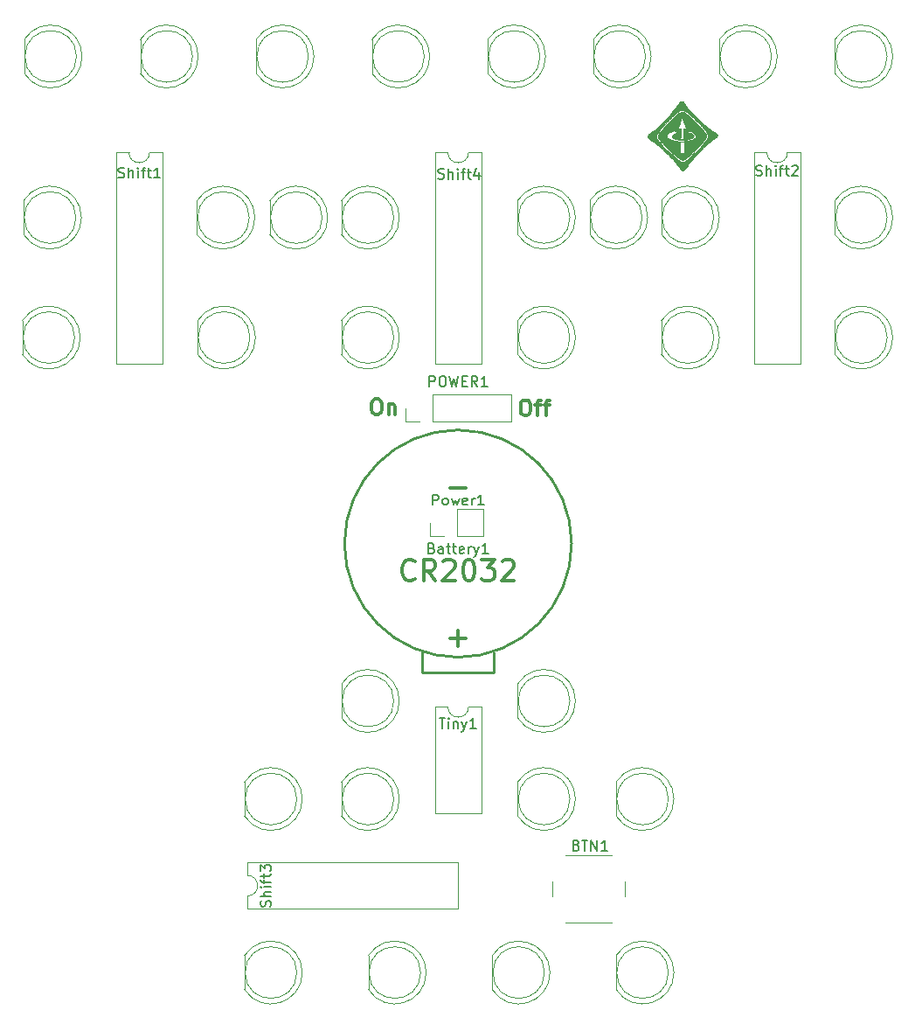
<source format=gbr>
G04 #@! TF.GenerationSoftware,KiCad,Pcbnew,(5.0.0)*
G04 #@! TF.CreationDate,2019-09-06T11:34:28-04:00*
G04 #@! TF.ProjectId,MiniTempleT,4D696E6954656D706C65542E6B696361,rev?*
G04 #@! TF.SameCoordinates,Original*
G04 #@! TF.FileFunction,Legend,Top*
G04 #@! TF.FilePolarity,Positive*
%FSLAX46Y46*%
G04 Gerber Fmt 4.6, Leading zero omitted, Abs format (unit mm)*
G04 Created by KiCad (PCBNEW (5.0.0)) date 09/06/19 11:34:28*
%MOMM*%
%LPD*%
G01*
G04 APERTURE LIST*
%ADD10C,0.300000*%
%ADD11C,0.120000*%
%ADD12C,0.250000*%
%ADD13C,0.010000*%
%ADD14C,0.150000*%
G04 APERTURE END LIST*
D10*
X163178571Y-91178571D02*
X163464285Y-91178571D01*
X163607142Y-91250000D01*
X163750000Y-91392857D01*
X163821428Y-91678571D01*
X163821428Y-92178571D01*
X163750000Y-92464285D01*
X163607142Y-92607142D01*
X163464285Y-92678571D01*
X163178571Y-92678571D01*
X163035714Y-92607142D01*
X162892857Y-92464285D01*
X162821428Y-92178571D01*
X162821428Y-91678571D01*
X162892857Y-91392857D01*
X163035714Y-91250000D01*
X163178571Y-91178571D01*
X164464285Y-91678571D02*
X164464285Y-92678571D01*
X164464285Y-91821428D02*
X164535714Y-91750000D01*
X164678571Y-91678571D01*
X164892857Y-91678571D01*
X165035714Y-91750000D01*
X165107142Y-91892857D01*
X165107142Y-92678571D01*
X177600000Y-91278571D02*
X177885714Y-91278571D01*
X178028571Y-91350000D01*
X178171428Y-91492857D01*
X178242857Y-91778571D01*
X178242857Y-92278571D01*
X178171428Y-92564285D01*
X178028571Y-92707142D01*
X177885714Y-92778571D01*
X177600000Y-92778571D01*
X177457142Y-92707142D01*
X177314285Y-92564285D01*
X177242857Y-92278571D01*
X177242857Y-91778571D01*
X177314285Y-91492857D01*
X177457142Y-91350000D01*
X177600000Y-91278571D01*
X178671428Y-91778571D02*
X179242857Y-91778571D01*
X178885714Y-92778571D02*
X178885714Y-91492857D01*
X178957142Y-91350000D01*
X179100000Y-91278571D01*
X179242857Y-91278571D01*
X179528571Y-91778571D02*
X180100000Y-91778571D01*
X179742857Y-92778571D02*
X179742857Y-91492857D01*
X179814285Y-91350000D01*
X179957142Y-91278571D01*
X180100000Y-91278571D01*
D11*
G04 #@! TO.C,D17*
X176970000Y-83577000D02*
X176970000Y-86857000D01*
X182030000Y-85217000D02*
G75*
G03X182030000Y-85217000I-2500000J0D01*
G01*
X182569999Y-85215042D02*
G75*
G02X176970000Y-86856512I-3039999J-1958D01*
G01*
X182569999Y-85218958D02*
G75*
G03X176970000Y-83577488I-3039999J1958D01*
G01*
G04 #@! TO.C,BTN1*
X181615000Y-141840000D02*
X186115000Y-141840000D01*
X180365000Y-137840000D02*
X180365000Y-139340000D01*
X186115000Y-135340000D02*
X181615000Y-135340000D01*
X187365000Y-139340000D02*
X187365000Y-137840000D01*
D12*
G04 #@! TO.C,Battery1*
X182196000Y-105169000D02*
G75*
G03X182196000Y-105169000I-11000000J0D01*
G01*
X174696000Y-117669000D02*
X174696000Y-115669000D01*
X174196000Y-117669000D02*
X174696000Y-117669000D01*
X171196000Y-117669000D02*
X174196000Y-117669000D01*
X167696000Y-117669000D02*
X167696000Y-115669000D01*
X171196000Y-117669000D02*
X167696000Y-117669000D01*
D11*
G04 #@! TO.C,Power1*
X173669000Y-104467000D02*
X173669000Y-101807000D01*
X171069000Y-104467000D02*
X173669000Y-104467000D01*
X171069000Y-101807000D02*
X173669000Y-101807000D01*
X171069000Y-104467000D02*
X171069000Y-101807000D01*
X169799000Y-104467000D02*
X168469000Y-104467000D01*
X168469000Y-104467000D02*
X168469000Y-103137000D01*
G04 #@! TO.C,D1*
X128993000Y-83577000D02*
X128993000Y-86857000D01*
X134053000Y-85217000D02*
G75*
G03X134053000Y-85217000I-2500000J0D01*
G01*
X134592999Y-85215042D02*
G75*
G02X128993000Y-86856512I-3039999J-1958D01*
G01*
X134592999Y-85218958D02*
G75*
G03X128993000Y-83577488I-3039999J1958D01*
G01*
G04 #@! TO.C,D2*
X129110000Y-71960000D02*
X129110000Y-75240000D01*
X134170000Y-73600000D02*
G75*
G03X134170000Y-73600000I-2500000J0D01*
G01*
X134709999Y-73598042D02*
G75*
G02X129110000Y-75239512I-3039999J-1958D01*
G01*
X134709999Y-73601958D02*
G75*
G03X129110000Y-71960488I-3039999J1958D01*
G01*
G04 #@! TO.C,D3*
X129170000Y-56360000D02*
X129170000Y-59640000D01*
X134230000Y-58000000D02*
G75*
G03X134230000Y-58000000I-2500000J0D01*
G01*
X134769999Y-57998042D02*
G75*
G02X129170000Y-59639512I-3039999J-1958D01*
G01*
X134769999Y-58001958D02*
G75*
G03X129170000Y-56360488I-3039999J1958D01*
G01*
G04 #@! TO.C,D4*
X140420000Y-56360000D02*
X140420000Y-59640000D01*
X145480000Y-58000000D02*
G75*
G03X145480000Y-58000000I-2500000J0D01*
G01*
X146019999Y-57998042D02*
G75*
G02X140420000Y-59639512I-3039999J-1958D01*
G01*
X146019999Y-58001958D02*
G75*
G03X140420000Y-56360488I-3039999J1958D01*
G01*
G04 #@! TO.C,D5*
X151640000Y-56360000D02*
X151640000Y-59640000D01*
X156700000Y-58000000D02*
G75*
G03X156700000Y-58000000I-2500000J0D01*
G01*
X157239999Y-57998042D02*
G75*
G02X151640000Y-59639512I-3039999J-1958D01*
G01*
X157239999Y-58001958D02*
G75*
G03X151640000Y-56360488I-3039999J1958D01*
G01*
G04 #@! TO.C,D6*
X162860000Y-56360000D02*
X162860000Y-59640000D01*
X167920000Y-58000000D02*
G75*
G03X167920000Y-58000000I-2500000J0D01*
G01*
X168459999Y-57998042D02*
G75*
G02X162860000Y-59639512I-3039999J-1958D01*
G01*
X168459999Y-58001958D02*
G75*
G03X162860000Y-56360488I-3039999J1958D01*
G01*
G04 #@! TO.C,D7*
X174080000Y-56360000D02*
X174080000Y-59640000D01*
X179140000Y-58000000D02*
G75*
G03X179140000Y-58000000I-2500000J0D01*
G01*
X179679999Y-57998042D02*
G75*
G02X174080000Y-59639512I-3039999J-1958D01*
G01*
X179679999Y-58001958D02*
G75*
G03X174080000Y-56360488I-3039999J1958D01*
G01*
G04 #@! TO.C,D8*
X184300000Y-56360000D02*
X184300000Y-59640000D01*
X189360000Y-58000000D02*
G75*
G03X189360000Y-58000000I-2500000J0D01*
G01*
X189899999Y-57998042D02*
G75*
G02X184300000Y-59639512I-3039999J-1958D01*
G01*
X189899999Y-58001958D02*
G75*
G03X184300000Y-56360488I-3039999J1958D01*
G01*
G04 #@! TO.C,D9*
X196520000Y-56360000D02*
X196520000Y-59640000D01*
X201580000Y-58000000D02*
G75*
G03X201580000Y-58000000I-2500000J0D01*
G01*
X202119999Y-57998042D02*
G75*
G02X196520000Y-59639512I-3039999J-1958D01*
G01*
X202119999Y-58001958D02*
G75*
G03X196520000Y-56360488I-3039999J1958D01*
G01*
G04 #@! TO.C,D10*
X207710000Y-56360000D02*
X207710000Y-59640000D01*
X212770000Y-58000000D02*
G75*
G03X212770000Y-58000000I-2500000J0D01*
G01*
X213309999Y-57998042D02*
G75*
G02X207710000Y-59639512I-3039999J-1958D01*
G01*
X213309999Y-58001958D02*
G75*
G03X207710000Y-56360488I-3039999J1958D01*
G01*
G04 #@! TO.C,D11*
X207710000Y-71960000D02*
X207710000Y-75240000D01*
X212770000Y-73600000D02*
G75*
G03X212770000Y-73600000I-2500000J0D01*
G01*
X213309999Y-73598042D02*
G75*
G02X207710000Y-75239512I-3039999J-1958D01*
G01*
X213309999Y-73601958D02*
G75*
G03X207710000Y-71960488I-3039999J1958D01*
G01*
G04 #@! TO.C,D12*
X207710000Y-83577000D02*
X207710000Y-86857000D01*
X212770000Y-85217000D02*
G75*
G03X212770000Y-85217000I-2500000J0D01*
G01*
X213309999Y-85215042D02*
G75*
G02X207710000Y-86856512I-3039999J-1958D01*
G01*
X213309999Y-85218958D02*
G75*
G03X207710000Y-83577488I-3039999J1958D01*
G01*
G04 #@! TO.C,D13*
X190910000Y-83577000D02*
X190910000Y-86857000D01*
X195970000Y-85217000D02*
G75*
G03X195970000Y-85217000I-2500000J0D01*
G01*
X196509999Y-85215042D02*
G75*
G02X190910000Y-86856512I-3039999J-1958D01*
G01*
X196509999Y-85218958D02*
G75*
G03X190910000Y-83577488I-3039999J1958D01*
G01*
G04 #@! TO.C,D14*
X190910000Y-71960000D02*
X190910000Y-75240000D01*
X195970000Y-73600000D02*
G75*
G03X195970000Y-73600000I-2500000J0D01*
G01*
X196509999Y-73598042D02*
G75*
G02X190910000Y-75239512I-3039999J-1958D01*
G01*
X196509999Y-73601958D02*
G75*
G03X190910000Y-71960488I-3039999J1958D01*
G01*
G04 #@! TO.C,D15*
X183970000Y-71960000D02*
X183970000Y-75240000D01*
X189030000Y-73600000D02*
G75*
G03X189030000Y-73600000I-2500000J0D01*
G01*
X189569999Y-73598042D02*
G75*
G02X183970000Y-75239512I-3039999J-1958D01*
G01*
X189569999Y-73601958D02*
G75*
G03X183970000Y-71960488I-3039999J1958D01*
G01*
G04 #@! TO.C,D16*
X176970000Y-71960000D02*
X176970000Y-75240000D01*
X182030000Y-73600000D02*
G75*
G03X182030000Y-73600000I-2500000J0D01*
G01*
X182569999Y-73598042D02*
G75*
G02X176970000Y-75239512I-3039999J-1958D01*
G01*
X182569999Y-73601958D02*
G75*
G03X176970000Y-71960488I-3039999J1958D01*
G01*
G04 #@! TO.C,D18*
X176970000Y-118760000D02*
X176970000Y-122040000D01*
X182030000Y-120400000D02*
G75*
G03X182030000Y-120400000I-2500000J0D01*
G01*
X182569999Y-120398042D02*
G75*
G02X176970000Y-122039512I-3039999J-1958D01*
G01*
X182569999Y-120401958D02*
G75*
G03X176970000Y-118760488I-3039999J1958D01*
G01*
G04 #@! TO.C,D19*
X176970000Y-128260000D02*
X176970000Y-131540000D01*
X182030000Y-129900000D02*
G75*
G03X182030000Y-129900000I-2500000J0D01*
G01*
X182569999Y-129898042D02*
G75*
G02X176970000Y-131539512I-3039999J-1958D01*
G01*
X182569999Y-129901958D02*
G75*
G03X176970000Y-128260488I-3039999J1958D01*
G01*
G04 #@! TO.C,D20*
X186510000Y-128260000D02*
X186510000Y-131540000D01*
X191570000Y-129900000D02*
G75*
G03X191570000Y-129900000I-2500000J0D01*
G01*
X192109999Y-129898042D02*
G75*
G02X186510000Y-131539512I-3039999J-1958D01*
G01*
X192109999Y-129901958D02*
G75*
G03X186510000Y-128260488I-3039999J1958D01*
G01*
G04 #@! TO.C,D21*
X186510000Y-145060000D02*
X186510000Y-148340000D01*
X191570000Y-146700000D02*
G75*
G03X191570000Y-146700000I-2500000J0D01*
G01*
X192109999Y-146698042D02*
G75*
G02X186510000Y-148339512I-3039999J-1958D01*
G01*
X192109999Y-146701958D02*
G75*
G03X186510000Y-145060488I-3039999J1958D01*
G01*
G04 #@! TO.C,D22*
X174510000Y-145060000D02*
X174510000Y-148340000D01*
X179570000Y-146700000D02*
G75*
G03X179570000Y-146700000I-2500000J0D01*
G01*
X180109999Y-146698042D02*
G75*
G02X174510000Y-148339512I-3039999J-1958D01*
G01*
X180109999Y-146701958D02*
G75*
G03X174510000Y-145060488I-3039999J1958D01*
G01*
G04 #@! TO.C,D23*
X162510000Y-145060000D02*
X162510000Y-148340000D01*
X167570000Y-146700000D02*
G75*
G03X167570000Y-146700000I-2500000J0D01*
G01*
X168109999Y-146698042D02*
G75*
G02X162510000Y-148339512I-3039999J-1958D01*
G01*
X168109999Y-146701958D02*
G75*
G03X162510000Y-145060488I-3039999J1958D01*
G01*
G04 #@! TO.C,D24*
X150510000Y-145060000D02*
X150510000Y-148340000D01*
X155570000Y-146700000D02*
G75*
G03X155570000Y-146700000I-2500000J0D01*
G01*
X156109999Y-146698042D02*
G75*
G02X150510000Y-148339512I-3039999J-1958D01*
G01*
X156109999Y-146701958D02*
G75*
G03X150510000Y-145060488I-3039999J1958D01*
G01*
G04 #@! TO.C,D25*
X150510000Y-128260000D02*
X150510000Y-131540000D01*
X155570000Y-129900000D02*
G75*
G03X155570000Y-129900000I-2500000J0D01*
G01*
X156109999Y-129898042D02*
G75*
G02X150510000Y-131539512I-3039999J-1958D01*
G01*
X156109999Y-129901958D02*
G75*
G03X150510000Y-128260488I-3039999J1958D01*
G01*
G04 #@! TO.C,D26*
X159910000Y-128260000D02*
X159910000Y-131540000D01*
X164970000Y-129900000D02*
G75*
G03X164970000Y-129900000I-2500000J0D01*
G01*
X165509999Y-129898042D02*
G75*
G02X159910000Y-131539512I-3039999J-1958D01*
G01*
X165509999Y-129901958D02*
G75*
G03X159910000Y-128260488I-3039999J1958D01*
G01*
G04 #@! TO.C,D27*
X159910000Y-118760000D02*
X159910000Y-122040000D01*
X164970000Y-120400000D02*
G75*
G03X164970000Y-120400000I-2500000J0D01*
G01*
X165509999Y-120398042D02*
G75*
G02X159910000Y-122039512I-3039999J-1958D01*
G01*
X165509999Y-120401958D02*
G75*
G03X159910000Y-118760488I-3039999J1958D01*
G01*
G04 #@! TO.C,D28*
X159910000Y-83577000D02*
X159910000Y-86857000D01*
X164970000Y-85217000D02*
G75*
G03X164970000Y-85217000I-2500000J0D01*
G01*
X165509999Y-85215042D02*
G75*
G02X159910000Y-86856512I-3039999J-1958D01*
G01*
X165509999Y-85218958D02*
G75*
G03X159910000Y-83577488I-3039999J1958D01*
G01*
G04 #@! TO.C,D29*
X159910000Y-71960000D02*
X159910000Y-75240000D01*
X164970000Y-73600000D02*
G75*
G03X164970000Y-73600000I-2500000J0D01*
G01*
X165509999Y-73598042D02*
G75*
G02X159910000Y-75239512I-3039999J-1958D01*
G01*
X165509999Y-73601958D02*
G75*
G03X159910000Y-71960488I-3039999J1958D01*
G01*
G04 #@! TO.C,D30*
X152970000Y-71960000D02*
X152970000Y-75240000D01*
X158030000Y-73600000D02*
G75*
G03X158030000Y-73600000I-2500000J0D01*
G01*
X158569999Y-73598042D02*
G75*
G02X152970000Y-75239512I-3039999J-1958D01*
G01*
X158569999Y-73601958D02*
G75*
G03X152970000Y-71960488I-3039999J1958D01*
G01*
G04 #@! TO.C,D31*
X145910000Y-71960000D02*
X145910000Y-75240000D01*
X150970000Y-73600000D02*
G75*
G03X150970000Y-73600000I-2500000J0D01*
G01*
X151509999Y-73598042D02*
G75*
G02X145910000Y-75239512I-3039999J-1958D01*
G01*
X151509999Y-73601958D02*
G75*
G03X145910000Y-71960488I-3039999J1958D01*
G01*
G04 #@! TO.C,D32*
X145970000Y-83577000D02*
X145970000Y-86857000D01*
X151030000Y-85217000D02*
G75*
G03X151030000Y-85217000I-2500000J0D01*
G01*
X151569999Y-85215042D02*
G75*
G02X145970000Y-86856512I-3039999J-1958D01*
G01*
X151569999Y-85218958D02*
G75*
G03X145970000Y-83577488I-3039999J1958D01*
G01*
G04 #@! TO.C,POWER1*
X176380000Y-93370000D02*
X176380000Y-90710000D01*
X168700000Y-93370000D02*
X176380000Y-93370000D01*
X168700000Y-90710000D02*
X176380000Y-90710000D01*
X168700000Y-93370000D02*
X168700000Y-90710000D01*
X167430000Y-93370000D02*
X166100000Y-93370000D01*
X166100000Y-93370000D02*
X166100000Y-92040000D01*
G04 #@! TO.C,Shift1*
X142560000Y-67290000D02*
X141310000Y-67290000D01*
X142560000Y-87730000D02*
X142560000Y-67290000D01*
X138060000Y-87730000D02*
X142560000Y-87730000D01*
X138060000Y-67290000D02*
X138060000Y-87730000D01*
X139310000Y-67290000D02*
X138060000Y-67290000D01*
X141310000Y-67290000D02*
G75*
G02X139310000Y-67290000I-1000000J0D01*
G01*
G04 #@! TO.C,Shift2*
X204360000Y-67290000D02*
X203110000Y-67290000D01*
X204360000Y-87730000D02*
X204360000Y-67290000D01*
X199860000Y-87730000D02*
X204360000Y-87730000D01*
X199860000Y-67290000D02*
X199860000Y-87730000D01*
X201110000Y-67290000D02*
X199860000Y-67290000D01*
X203110000Y-67290000D02*
G75*
G02X201110000Y-67290000I-1000000J0D01*
G01*
G04 #@! TO.C,Shift4*
X173460000Y-67290000D02*
X172210000Y-67290000D01*
X173460000Y-87730000D02*
X173460000Y-67290000D01*
X168960000Y-87730000D02*
X173460000Y-87730000D01*
X168960000Y-67290000D02*
X168960000Y-87730000D01*
X170210000Y-67290000D02*
X168960000Y-67290000D01*
X172210000Y-67290000D02*
G75*
G02X170210000Y-67290000I-1000000J0D01*
G01*
G04 #@! TO.C,Tiny1*
X172210000Y-120970000D02*
G75*
G02X170210000Y-120970000I-1000000J0D01*
G01*
X170210000Y-120970000D02*
X168960000Y-120970000D01*
X168960000Y-120970000D02*
X168960000Y-131250000D01*
X168960000Y-131250000D02*
X173460000Y-131250000D01*
X173460000Y-131250000D02*
X173460000Y-120970000D01*
X173460000Y-120970000D02*
X172210000Y-120970000D01*
D13*
G04 #@! TO.C,G2*
G36*
X193012687Y-63373589D02*
X193052626Y-63392372D01*
X193089733Y-63415274D01*
X193143872Y-63451912D01*
X193209930Y-63498525D01*
X193282794Y-63551354D01*
X193357352Y-63606638D01*
X193428491Y-63660616D01*
X193491098Y-63709529D01*
X193540061Y-63749617D01*
X193549881Y-63758091D01*
X193587974Y-63791005D01*
X193636215Y-63832057D01*
X193676041Y-63865555D01*
X193752124Y-63931225D01*
X193843692Y-64013688D01*
X193946874Y-64109196D01*
X194057801Y-64214002D01*
X194172605Y-64324355D01*
X194287416Y-64436510D01*
X194398364Y-64546716D01*
X194501581Y-64651227D01*
X194593197Y-64746293D01*
X194666569Y-64825111D01*
X194759612Y-64929337D01*
X194850912Y-65035088D01*
X194937860Y-65139090D01*
X195017846Y-65238070D01*
X195088261Y-65328753D01*
X195146497Y-65407867D01*
X195189945Y-65472136D01*
X195211135Y-65508396D01*
X195241358Y-65593216D01*
X195250005Y-65684164D01*
X195236946Y-65772309D01*
X195215771Y-65825767D01*
X195176299Y-65893860D01*
X195122747Y-65975933D01*
X195059878Y-66064956D01*
X194999910Y-66144384D01*
X194957471Y-66198896D01*
X194908011Y-66262593D01*
X194861749Y-66322315D01*
X194858799Y-66326129D01*
X194819619Y-66375866D01*
X194782387Y-66421527D01*
X194753779Y-66454966D01*
X194748556Y-66460675D01*
X194722456Y-66489391D01*
X194685231Y-66531457D01*
X194644063Y-66578745D01*
X194635667Y-66588487D01*
X194482679Y-66760134D01*
X194311171Y-66941547D01*
X194126518Y-67127473D01*
X193934093Y-67312655D01*
X193739269Y-67491842D01*
X193547422Y-67659779D01*
X193492667Y-67705996D01*
X193376312Y-67801650D01*
X193277386Y-67878792D01*
X193193264Y-67938766D01*
X193121318Y-67982916D01*
X193058921Y-68012586D01*
X193003449Y-68029120D01*
X192952274Y-68033862D01*
X192902769Y-68028156D01*
X192876353Y-68021368D01*
X192824251Y-68001564D01*
X192771699Y-67975496D01*
X192763464Y-67970635D01*
X192729767Y-67947979D01*
X192679046Y-67911284D01*
X192614838Y-67863327D01*
X192540680Y-67806883D01*
X192460107Y-67744727D01*
X192376657Y-67679636D01*
X192293866Y-67614384D01*
X192215270Y-67551747D01*
X192144407Y-67494501D01*
X192084813Y-67445421D01*
X192040025Y-67407283D01*
X192013578Y-67382862D01*
X192011000Y-67380094D01*
X191997919Y-67368002D01*
X191978709Y-67351000D01*
X192699577Y-67351000D01*
X193154000Y-67351000D01*
X193153988Y-67276917D01*
X193152667Y-67230254D01*
X193149127Y-67165868D01*
X193143990Y-67094116D01*
X193140655Y-67054667D01*
X193135774Y-66994498D01*
X193129932Y-66913123D01*
X193123588Y-66817521D01*
X193117205Y-66714670D01*
X193111241Y-66611550D01*
X193110272Y-66593959D01*
X193093211Y-66281418D01*
X192911953Y-66283515D01*
X192730696Y-66285611D01*
X192729709Y-66342055D01*
X192727921Y-66388644D01*
X192724824Y-66429223D01*
X192724295Y-66433778D01*
X192722881Y-66456302D01*
X192720984Y-66503295D01*
X192718721Y-66571007D01*
X192716205Y-66655690D01*
X192713550Y-66753597D01*
X192710873Y-66860979D01*
X192709722Y-66910028D01*
X192699577Y-67351000D01*
X191978709Y-67351000D01*
X191968408Y-67341884D01*
X191927433Y-67306112D01*
X191898111Y-67280710D01*
X191836613Y-67226586D01*
X191768390Y-67165006D01*
X191706094Y-67107417D01*
X191693500Y-67095529D01*
X191639189Y-67044317D01*
X191581885Y-66990828D01*
X191531765Y-66944547D01*
X191519738Y-66933565D01*
X191435680Y-66854172D01*
X191344266Y-66762666D01*
X191248120Y-66662107D01*
X191149869Y-66555552D01*
X191052139Y-66446060D01*
X190957555Y-66336689D01*
X190868743Y-66230498D01*
X190788330Y-66130544D01*
X190718940Y-66039887D01*
X190663200Y-65961584D01*
X190623736Y-65898694D01*
X190612059Y-65876389D01*
X190579124Y-65780265D01*
X190576148Y-65732315D01*
X191431313Y-65732315D01*
X191456421Y-65809041D01*
X191508949Y-65881847D01*
X191550398Y-65920459D01*
X191596971Y-65952983D01*
X191662165Y-65990793D01*
X191737985Y-66029794D01*
X191816434Y-66065891D01*
X191889515Y-66094990D01*
X191895135Y-66096978D01*
X191989429Y-66125364D01*
X192104805Y-66152756D01*
X192234126Y-66177899D01*
X192370253Y-66199542D01*
X192506048Y-66216430D01*
X192634372Y-66227310D01*
X192638945Y-66227585D01*
X192718532Y-66229765D01*
X192818255Y-66228640D01*
X192930269Y-66224566D01*
X193046726Y-66217897D01*
X193159779Y-66208988D01*
X193245723Y-66200111D01*
X193413414Y-66175180D01*
X193573769Y-66141215D01*
X193723092Y-66099482D01*
X193857688Y-66051247D01*
X193973862Y-65997778D01*
X194067918Y-65940340D01*
X194114459Y-65902401D01*
X194180616Y-65827638D01*
X194218596Y-65753603D01*
X194228437Y-65680456D01*
X194210180Y-65608355D01*
X194163864Y-65537463D01*
X194089527Y-65467939D01*
X193991976Y-65402711D01*
X193923945Y-65362979D01*
X193963225Y-65348045D01*
X194001562Y-65336933D01*
X194029808Y-65333111D01*
X194054858Y-65329519D01*
X194056411Y-65320799D01*
X194037971Y-65310040D01*
X194003042Y-65300328D01*
X193990084Y-65298111D01*
X193948081Y-65290762D01*
X193887717Y-65278819D01*
X193818106Y-65264132D01*
X193767834Y-65253001D01*
X193654184Y-65227429D01*
X193565659Y-65207873D01*
X193499918Y-65193851D01*
X193454620Y-65184882D01*
X193427426Y-65180485D01*
X193415994Y-65180178D01*
X193415423Y-65180529D01*
X193418684Y-65194207D01*
X193429607Y-65227468D01*
X193445727Y-65273550D01*
X193464577Y-65325693D01*
X193483692Y-65377137D01*
X193500605Y-65421121D01*
X193512851Y-65450886D01*
X193517143Y-65459408D01*
X193532046Y-65459264D01*
X193566614Y-65452784D01*
X193613372Y-65441370D01*
X193613497Y-65441336D01*
X193672596Y-65427922D01*
X193716250Y-65424697D01*
X193755049Y-65430951D01*
X193757663Y-65431671D01*
X193817925Y-65456291D01*
X193880561Y-65494335D01*
X193937160Y-65539531D01*
X193979308Y-65585609D01*
X193992022Y-65606374D01*
X194007281Y-65640211D01*
X194011498Y-65665051D01*
X194004638Y-65693483D01*
X193991690Y-65725977D01*
X193951361Y-65791626D01*
X193895924Y-65843040D01*
X193845389Y-65879246D01*
X193797827Y-65907754D01*
X193746350Y-65931557D01*
X193684069Y-65953650D01*
X193604093Y-65977028D01*
X193560876Y-65988663D01*
X193418694Y-66021583D01*
X193266312Y-66048569D01*
X193113897Y-66068203D01*
X192971611Y-66079067D01*
X192900000Y-66080794D01*
X192790540Y-66077035D01*
X192671295Y-66066362D01*
X192548016Y-66049854D01*
X192426453Y-66028590D01*
X192312355Y-66003648D01*
X192211473Y-65976108D01*
X192129558Y-65947049D01*
X192091383Y-65929051D01*
X192029974Y-65888718D01*
X191978732Y-65841836D01*
X191942640Y-65793983D01*
X191926685Y-65750735D01*
X191926334Y-65744410D01*
X191936920Y-65703310D01*
X191965877Y-65651779D01*
X192008999Y-65596325D01*
X192047989Y-65556183D01*
X192088146Y-65527364D01*
X192147370Y-65495450D01*
X192217337Y-65464138D01*
X192289722Y-65437128D01*
X192356199Y-65418117D01*
X192361371Y-65416976D01*
X192412823Y-65404886D01*
X192444835Y-65393062D01*
X192456520Y-65379008D01*
X192446987Y-65360227D01*
X192415348Y-65334221D01*
X192360716Y-65298495D01*
X192307614Y-65265939D01*
X192240427Y-65225435D01*
X192192215Y-65197704D01*
X192157887Y-65180773D01*
X192132356Y-65172670D01*
X192110530Y-65171423D01*
X192087320Y-65175059D01*
X192078237Y-65177051D01*
X191995394Y-65201766D01*
X191899831Y-65240019D01*
X191800582Y-65287375D01*
X191706685Y-65339396D01*
X191627174Y-65391642D01*
X191602562Y-65410673D01*
X191519247Y-65490848D01*
X191462851Y-65571996D01*
X191433498Y-65652892D01*
X191431313Y-65732315D01*
X190576148Y-65732315D01*
X190573395Y-65687983D01*
X190594942Y-65601025D01*
X190598359Y-65593207D01*
X190617948Y-65556605D01*
X190649021Y-65505381D01*
X190686285Y-65447606D01*
X190724447Y-65391353D01*
X190758211Y-65344693D01*
X190775564Y-65323017D01*
X190798237Y-65295651D01*
X190804500Y-65287740D01*
X190888646Y-65180500D01*
X190967250Y-65082438D01*
X191043084Y-64990493D01*
X191081424Y-64945554D01*
X192509801Y-64945554D01*
X192510284Y-64955422D01*
X192523926Y-64961635D01*
X192555251Y-64964958D01*
X192608787Y-64966160D01*
X192631617Y-64966222D01*
X192761365Y-64966222D01*
X192753279Y-65132028D01*
X192750599Y-65194535D01*
X192747525Y-65278772D01*
X192744264Y-65378250D01*
X192741023Y-65486483D01*
X192738010Y-65596983D01*
X192736580Y-65654139D01*
X192727967Y-66010444D01*
X192881011Y-66010228D01*
X192945383Y-66009078D01*
X193000180Y-66006137D01*
X193038681Y-66001881D01*
X193053022Y-65997991D01*
X193058051Y-65984816D01*
X193060952Y-65952271D01*
X193061682Y-65899268D01*
X193060199Y-65824720D01*
X193056462Y-65727537D01*
X193050428Y-65606634D01*
X193042054Y-65460920D01*
X193031300Y-65289310D01*
X193018122Y-65090715D01*
X193017574Y-65082639D01*
X193008712Y-64952111D01*
X193295836Y-64952111D01*
X193275977Y-64913305D01*
X193261104Y-64880503D01*
X193238065Y-64824902D01*
X193208290Y-64750244D01*
X193173204Y-64660272D01*
X193134236Y-64558729D01*
X193092813Y-64449356D01*
X193050363Y-64335897D01*
X193008314Y-64222094D01*
X192968094Y-64111690D01*
X192935509Y-64020778D01*
X192913402Y-63960080D01*
X192893863Y-63909267D01*
X192879233Y-63874252D01*
X192872448Y-63861376D01*
X192863811Y-63868302D01*
X192850279Y-63896748D01*
X192834443Y-63941024D01*
X192830671Y-63953098D01*
X192819435Y-63989183D01*
X192801479Y-64045838D01*
X192778033Y-64119261D01*
X192750327Y-64205648D01*
X192719590Y-64301195D01*
X192687052Y-64402099D01*
X192653942Y-64504558D01*
X192621491Y-64604766D01*
X192590928Y-64698922D01*
X192563483Y-64783222D01*
X192540384Y-64853862D01*
X192522863Y-64907039D01*
X192512149Y-64938950D01*
X192509801Y-64945554D01*
X191081424Y-64945554D01*
X191118921Y-64901604D01*
X191197532Y-64812708D01*
X191281691Y-64720746D01*
X191374168Y-64622655D01*
X191477736Y-64515375D01*
X191595167Y-64395845D01*
X191729234Y-64261002D01*
X191782638Y-64207587D01*
X191934219Y-64058643D01*
X192080687Y-63919604D01*
X192220133Y-63792102D01*
X192350649Y-63677768D01*
X192470324Y-63578234D01*
X192577251Y-63495132D01*
X192669520Y-63430093D01*
X192745224Y-63384749D01*
X192745390Y-63384662D01*
X192831171Y-63355150D01*
X192922177Y-63351506D01*
X193012687Y-63373589D01*
X193012687Y-63373589D01*
G37*
X193012687Y-63373589D02*
X193052626Y-63392372D01*
X193089733Y-63415274D01*
X193143872Y-63451912D01*
X193209930Y-63498525D01*
X193282794Y-63551354D01*
X193357352Y-63606638D01*
X193428491Y-63660616D01*
X193491098Y-63709529D01*
X193540061Y-63749617D01*
X193549881Y-63758091D01*
X193587974Y-63791005D01*
X193636215Y-63832057D01*
X193676041Y-63865555D01*
X193752124Y-63931225D01*
X193843692Y-64013688D01*
X193946874Y-64109196D01*
X194057801Y-64214002D01*
X194172605Y-64324355D01*
X194287416Y-64436510D01*
X194398364Y-64546716D01*
X194501581Y-64651227D01*
X194593197Y-64746293D01*
X194666569Y-64825111D01*
X194759612Y-64929337D01*
X194850912Y-65035088D01*
X194937860Y-65139090D01*
X195017846Y-65238070D01*
X195088261Y-65328753D01*
X195146497Y-65407867D01*
X195189945Y-65472136D01*
X195211135Y-65508396D01*
X195241358Y-65593216D01*
X195250005Y-65684164D01*
X195236946Y-65772309D01*
X195215771Y-65825767D01*
X195176299Y-65893860D01*
X195122747Y-65975933D01*
X195059878Y-66064956D01*
X194999910Y-66144384D01*
X194957471Y-66198896D01*
X194908011Y-66262593D01*
X194861749Y-66322315D01*
X194858799Y-66326129D01*
X194819619Y-66375866D01*
X194782387Y-66421527D01*
X194753779Y-66454966D01*
X194748556Y-66460675D01*
X194722456Y-66489391D01*
X194685231Y-66531457D01*
X194644063Y-66578745D01*
X194635667Y-66588487D01*
X194482679Y-66760134D01*
X194311171Y-66941547D01*
X194126518Y-67127473D01*
X193934093Y-67312655D01*
X193739269Y-67491842D01*
X193547422Y-67659779D01*
X193492667Y-67705996D01*
X193376312Y-67801650D01*
X193277386Y-67878792D01*
X193193264Y-67938766D01*
X193121318Y-67982916D01*
X193058921Y-68012586D01*
X193003449Y-68029120D01*
X192952274Y-68033862D01*
X192902769Y-68028156D01*
X192876353Y-68021368D01*
X192824251Y-68001564D01*
X192771699Y-67975496D01*
X192763464Y-67970635D01*
X192729767Y-67947979D01*
X192679046Y-67911284D01*
X192614838Y-67863327D01*
X192540680Y-67806883D01*
X192460107Y-67744727D01*
X192376657Y-67679636D01*
X192293866Y-67614384D01*
X192215270Y-67551747D01*
X192144407Y-67494501D01*
X192084813Y-67445421D01*
X192040025Y-67407283D01*
X192013578Y-67382862D01*
X192011000Y-67380094D01*
X191997919Y-67368002D01*
X191978709Y-67351000D01*
X192699577Y-67351000D01*
X193154000Y-67351000D01*
X193153988Y-67276917D01*
X193152667Y-67230254D01*
X193149127Y-67165868D01*
X193143990Y-67094116D01*
X193140655Y-67054667D01*
X193135774Y-66994498D01*
X193129932Y-66913123D01*
X193123588Y-66817521D01*
X193117205Y-66714670D01*
X193111241Y-66611550D01*
X193110272Y-66593959D01*
X193093211Y-66281418D01*
X192911953Y-66283515D01*
X192730696Y-66285611D01*
X192729709Y-66342055D01*
X192727921Y-66388644D01*
X192724824Y-66429223D01*
X192724295Y-66433778D01*
X192722881Y-66456302D01*
X192720984Y-66503295D01*
X192718721Y-66571007D01*
X192716205Y-66655690D01*
X192713550Y-66753597D01*
X192710873Y-66860979D01*
X192709722Y-66910028D01*
X192699577Y-67351000D01*
X191978709Y-67351000D01*
X191968408Y-67341884D01*
X191927433Y-67306112D01*
X191898111Y-67280710D01*
X191836613Y-67226586D01*
X191768390Y-67165006D01*
X191706094Y-67107417D01*
X191693500Y-67095529D01*
X191639189Y-67044317D01*
X191581885Y-66990828D01*
X191531765Y-66944547D01*
X191519738Y-66933565D01*
X191435680Y-66854172D01*
X191344266Y-66762666D01*
X191248120Y-66662107D01*
X191149869Y-66555552D01*
X191052139Y-66446060D01*
X190957555Y-66336689D01*
X190868743Y-66230498D01*
X190788330Y-66130544D01*
X190718940Y-66039887D01*
X190663200Y-65961584D01*
X190623736Y-65898694D01*
X190612059Y-65876389D01*
X190579124Y-65780265D01*
X190576148Y-65732315D01*
X191431313Y-65732315D01*
X191456421Y-65809041D01*
X191508949Y-65881847D01*
X191550398Y-65920459D01*
X191596971Y-65952983D01*
X191662165Y-65990793D01*
X191737985Y-66029794D01*
X191816434Y-66065891D01*
X191889515Y-66094990D01*
X191895135Y-66096978D01*
X191989429Y-66125364D01*
X192104805Y-66152756D01*
X192234126Y-66177899D01*
X192370253Y-66199542D01*
X192506048Y-66216430D01*
X192634372Y-66227310D01*
X192638945Y-66227585D01*
X192718532Y-66229765D01*
X192818255Y-66228640D01*
X192930269Y-66224566D01*
X193046726Y-66217897D01*
X193159779Y-66208988D01*
X193245723Y-66200111D01*
X193413414Y-66175180D01*
X193573769Y-66141215D01*
X193723092Y-66099482D01*
X193857688Y-66051247D01*
X193973862Y-65997778D01*
X194067918Y-65940340D01*
X194114459Y-65902401D01*
X194180616Y-65827638D01*
X194218596Y-65753603D01*
X194228437Y-65680456D01*
X194210180Y-65608355D01*
X194163864Y-65537463D01*
X194089527Y-65467939D01*
X193991976Y-65402711D01*
X193923945Y-65362979D01*
X193963225Y-65348045D01*
X194001562Y-65336933D01*
X194029808Y-65333111D01*
X194054858Y-65329519D01*
X194056411Y-65320799D01*
X194037971Y-65310040D01*
X194003042Y-65300328D01*
X193990084Y-65298111D01*
X193948081Y-65290762D01*
X193887717Y-65278819D01*
X193818106Y-65264132D01*
X193767834Y-65253001D01*
X193654184Y-65227429D01*
X193565659Y-65207873D01*
X193499918Y-65193851D01*
X193454620Y-65184882D01*
X193427426Y-65180485D01*
X193415994Y-65180178D01*
X193415423Y-65180529D01*
X193418684Y-65194207D01*
X193429607Y-65227468D01*
X193445727Y-65273550D01*
X193464577Y-65325693D01*
X193483692Y-65377137D01*
X193500605Y-65421121D01*
X193512851Y-65450886D01*
X193517143Y-65459408D01*
X193532046Y-65459264D01*
X193566614Y-65452784D01*
X193613372Y-65441370D01*
X193613497Y-65441336D01*
X193672596Y-65427922D01*
X193716250Y-65424697D01*
X193755049Y-65430951D01*
X193757663Y-65431671D01*
X193817925Y-65456291D01*
X193880561Y-65494335D01*
X193937160Y-65539531D01*
X193979308Y-65585609D01*
X193992022Y-65606374D01*
X194007281Y-65640211D01*
X194011498Y-65665051D01*
X194004638Y-65693483D01*
X193991690Y-65725977D01*
X193951361Y-65791626D01*
X193895924Y-65843040D01*
X193845389Y-65879246D01*
X193797827Y-65907754D01*
X193746350Y-65931557D01*
X193684069Y-65953650D01*
X193604093Y-65977028D01*
X193560876Y-65988663D01*
X193418694Y-66021583D01*
X193266312Y-66048569D01*
X193113897Y-66068203D01*
X192971611Y-66079067D01*
X192900000Y-66080794D01*
X192790540Y-66077035D01*
X192671295Y-66066362D01*
X192548016Y-66049854D01*
X192426453Y-66028590D01*
X192312355Y-66003648D01*
X192211473Y-65976108D01*
X192129558Y-65947049D01*
X192091383Y-65929051D01*
X192029974Y-65888718D01*
X191978732Y-65841836D01*
X191942640Y-65793983D01*
X191926685Y-65750735D01*
X191926334Y-65744410D01*
X191936920Y-65703310D01*
X191965877Y-65651779D01*
X192008999Y-65596325D01*
X192047989Y-65556183D01*
X192088146Y-65527364D01*
X192147370Y-65495450D01*
X192217337Y-65464138D01*
X192289722Y-65437128D01*
X192356199Y-65418117D01*
X192361371Y-65416976D01*
X192412823Y-65404886D01*
X192444835Y-65393062D01*
X192456520Y-65379008D01*
X192446987Y-65360227D01*
X192415348Y-65334221D01*
X192360716Y-65298495D01*
X192307614Y-65265939D01*
X192240427Y-65225435D01*
X192192215Y-65197704D01*
X192157887Y-65180773D01*
X192132356Y-65172670D01*
X192110530Y-65171423D01*
X192087320Y-65175059D01*
X192078237Y-65177051D01*
X191995394Y-65201766D01*
X191899831Y-65240019D01*
X191800582Y-65287375D01*
X191706685Y-65339396D01*
X191627174Y-65391642D01*
X191602562Y-65410673D01*
X191519247Y-65490848D01*
X191462851Y-65571996D01*
X191433498Y-65652892D01*
X191431313Y-65732315D01*
X190576148Y-65732315D01*
X190573395Y-65687983D01*
X190594942Y-65601025D01*
X190598359Y-65593207D01*
X190617948Y-65556605D01*
X190649021Y-65505381D01*
X190686285Y-65447606D01*
X190724447Y-65391353D01*
X190758211Y-65344693D01*
X190775564Y-65323017D01*
X190798237Y-65295651D01*
X190804500Y-65287740D01*
X190888646Y-65180500D01*
X190967250Y-65082438D01*
X191043084Y-64990493D01*
X191081424Y-64945554D01*
X192509801Y-64945554D01*
X192510284Y-64955422D01*
X192523926Y-64961635D01*
X192555251Y-64964958D01*
X192608787Y-64966160D01*
X192631617Y-64966222D01*
X192761365Y-64966222D01*
X192753279Y-65132028D01*
X192750599Y-65194535D01*
X192747525Y-65278772D01*
X192744264Y-65378250D01*
X192741023Y-65486483D01*
X192738010Y-65596983D01*
X192736580Y-65654139D01*
X192727967Y-66010444D01*
X192881011Y-66010228D01*
X192945383Y-66009078D01*
X193000180Y-66006137D01*
X193038681Y-66001881D01*
X193053022Y-65997991D01*
X193058051Y-65984816D01*
X193060952Y-65952271D01*
X193061682Y-65899268D01*
X193060199Y-65824720D01*
X193056462Y-65727537D01*
X193050428Y-65606634D01*
X193042054Y-65460920D01*
X193031300Y-65289310D01*
X193018122Y-65090715D01*
X193017574Y-65082639D01*
X193008712Y-64952111D01*
X193295836Y-64952111D01*
X193275977Y-64913305D01*
X193261104Y-64880503D01*
X193238065Y-64824902D01*
X193208290Y-64750244D01*
X193173204Y-64660272D01*
X193134236Y-64558729D01*
X193092813Y-64449356D01*
X193050363Y-64335897D01*
X193008314Y-64222094D01*
X192968094Y-64111690D01*
X192935509Y-64020778D01*
X192913402Y-63960080D01*
X192893863Y-63909267D01*
X192879233Y-63874252D01*
X192872448Y-63861376D01*
X192863811Y-63868302D01*
X192850279Y-63896748D01*
X192834443Y-63941024D01*
X192830671Y-63953098D01*
X192819435Y-63989183D01*
X192801479Y-64045838D01*
X192778033Y-64119261D01*
X192750327Y-64205648D01*
X192719590Y-64301195D01*
X192687052Y-64402099D01*
X192653942Y-64504558D01*
X192621491Y-64604766D01*
X192590928Y-64698922D01*
X192563483Y-64783222D01*
X192540384Y-64853862D01*
X192522863Y-64907039D01*
X192512149Y-64938950D01*
X192509801Y-64945554D01*
X191081424Y-64945554D01*
X191118921Y-64901604D01*
X191197532Y-64812708D01*
X191281691Y-64720746D01*
X191374168Y-64622655D01*
X191477736Y-64515375D01*
X191595167Y-64395845D01*
X191729234Y-64261002D01*
X191782638Y-64207587D01*
X191934219Y-64058643D01*
X192080687Y-63919604D01*
X192220133Y-63792102D01*
X192350649Y-63677768D01*
X192470324Y-63578234D01*
X192577251Y-63495132D01*
X192669520Y-63430093D01*
X192745224Y-63384749D01*
X192745390Y-63384662D01*
X192831171Y-63355150D01*
X192922177Y-63351506D01*
X193012687Y-63373589D01*
G36*
X192888940Y-62322225D02*
X192946044Y-62346607D01*
X193005173Y-62394572D01*
X193068983Y-62467484D01*
X193099072Y-62507604D01*
X193284437Y-62753821D01*
X193490669Y-63009242D01*
X193713950Y-63269390D01*
X193950462Y-63529790D01*
X194142941Y-63731500D01*
X194207765Y-63798266D01*
X194272537Y-63865515D01*
X194331897Y-63927646D01*
X194380488Y-63979059D01*
X194404683Y-64005081D01*
X194440911Y-64042692D01*
X194493718Y-64095108D01*
X194558752Y-64158201D01*
X194631664Y-64227842D01*
X194708105Y-64299901D01*
X194783725Y-64370251D01*
X194854173Y-64434762D01*
X194910834Y-64485541D01*
X195066729Y-64618779D01*
X195242276Y-64760940D01*
X195432083Y-64907938D01*
X195630757Y-65055688D01*
X195832903Y-65200105D01*
X196033131Y-65337103D01*
X196048465Y-65347327D01*
X196133700Y-65405746D01*
X196197180Y-65454097D01*
X196241891Y-65495889D01*
X196270818Y-65534629D01*
X196286950Y-65573828D01*
X196293271Y-65616992D01*
X196293723Y-65635466D01*
X196290856Y-65677996D01*
X196280281Y-65715617D01*
X196259031Y-65751895D01*
X196224140Y-65790395D01*
X196172643Y-65834682D01*
X196101575Y-65888320D01*
X196056469Y-65920688D01*
X195997388Y-65963792D01*
X195923259Y-66019651D01*
X195838463Y-66084800D01*
X195747382Y-66155770D01*
X195654398Y-66229096D01*
X195563894Y-66301309D01*
X195480252Y-66368942D01*
X195407852Y-66428529D01*
X195351078Y-66476602D01*
X195327111Y-66497774D01*
X195299030Y-66523183D01*
X195255152Y-66562821D01*
X195200645Y-66612023D01*
X195140676Y-66666124D01*
X195115445Y-66688878D01*
X195020145Y-66776539D01*
X194914053Y-66877148D01*
X194800248Y-66987556D01*
X194681809Y-67104617D01*
X194561814Y-67225183D01*
X194443343Y-67346105D01*
X194329473Y-67464236D01*
X194223283Y-67576427D01*
X194127852Y-67679533D01*
X194046259Y-67770403D01*
X193981582Y-67845892D01*
X193970001Y-67860033D01*
X193862883Y-67992485D01*
X193770482Y-68107498D01*
X193689532Y-68209379D01*
X193616761Y-68302436D01*
X193548901Y-68390977D01*
X193482683Y-68479310D01*
X193414838Y-68571742D01*
X193342096Y-68672581D01*
X193261189Y-68786136D01*
X193178839Y-68902553D01*
X193117832Y-68979652D01*
X193060607Y-69030907D01*
X193004149Y-69057867D01*
X192945445Y-69062081D01*
X192892945Y-69049446D01*
X192853033Y-69033648D01*
X192822575Y-69015872D01*
X192795265Y-68990413D01*
X192764801Y-68951566D01*
X192731353Y-68903222D01*
X192664051Y-68804394D01*
X192610704Y-68727643D01*
X192570096Y-68671246D01*
X192541518Y-68634098D01*
X192512826Y-68597863D01*
X192481047Y-68556345D01*
X192476667Y-68550494D01*
X192330172Y-68362240D01*
X192163737Y-68162906D01*
X191981248Y-67956538D01*
X191786593Y-67747179D01*
X191583658Y-67538873D01*
X191376332Y-67335665D01*
X191168502Y-67141598D01*
X190964054Y-66960717D01*
X190880710Y-66890136D01*
X190844246Y-66859414D01*
X190793236Y-66816068D01*
X190734500Y-66765913D01*
X190676098Y-66715822D01*
X190551286Y-66610504D01*
X190423273Y-66506694D01*
X190287796Y-66401125D01*
X190140588Y-66290531D01*
X189977386Y-66171646D01*
X189809667Y-66052296D01*
X189722586Y-65989915D01*
X189656456Y-65939488D01*
X189608466Y-65897737D01*
X189575809Y-65861383D01*
X189555674Y-65827149D01*
X189545254Y-65791758D01*
X189541738Y-65751931D01*
X189541609Y-65739506D01*
X189541887Y-65737394D01*
X190394929Y-65737394D01*
X190398378Y-65789582D01*
X190412697Y-65844489D01*
X190439211Y-65905051D01*
X190479244Y-65974199D01*
X190534121Y-66054867D01*
X190605166Y-66149990D01*
X190693705Y-66262500D01*
X190710831Y-66283866D01*
X190905725Y-66516676D01*
X191114050Y-66746082D01*
X191338718Y-66974995D01*
X191582638Y-67206328D01*
X191848721Y-67442993D01*
X191989120Y-67562667D01*
X192153392Y-67699388D01*
X192298993Y-67817274D01*
X192427351Y-67917303D01*
X192539891Y-68000455D01*
X192638041Y-68067708D01*
X192723226Y-68120041D01*
X192796872Y-68158434D01*
X192860406Y-68183866D01*
X192913146Y-68196986D01*
X192979278Y-68202791D01*
X193039570Y-68195477D01*
X193105627Y-68173104D01*
X193135678Y-68159775D01*
X193199765Y-68124230D01*
X193280701Y-68069911D01*
X193376244Y-67998829D01*
X193484150Y-67912995D01*
X193602178Y-67814418D01*
X193728085Y-67705111D01*
X193859628Y-67587084D01*
X193994564Y-67462347D01*
X194130651Y-67332912D01*
X194265647Y-67200788D01*
X194397308Y-67067987D01*
X194523393Y-66936520D01*
X194636420Y-66814190D01*
X194698907Y-66745092D01*
X194748864Y-66689484D01*
X194790326Y-66642560D01*
X194827326Y-66599516D01*
X194863900Y-66555546D01*
X194904083Y-66505844D01*
X194951909Y-66445606D01*
X195011413Y-66370027D01*
X195041315Y-66331970D01*
X195139452Y-66205112D01*
X195219940Y-66096304D01*
X195284275Y-66002859D01*
X195333950Y-65922089D01*
X195370460Y-65851308D01*
X195395300Y-65787827D01*
X195409964Y-65728960D01*
X195415945Y-65672018D01*
X195416260Y-65657667D01*
X195413787Y-65609783D01*
X195404570Y-65562350D01*
X195386883Y-65512306D01*
X195359001Y-65456592D01*
X195319197Y-65392148D01*
X195265745Y-65315913D01*
X195196920Y-65224828D01*
X195110996Y-65115833D01*
X195109843Y-65114389D01*
X195067977Y-65062188D01*
X195031677Y-65017566D01*
X194997294Y-64976312D01*
X194961174Y-64934213D01*
X194919669Y-64887058D01*
X194869125Y-64830633D01*
X194805893Y-64760728D01*
X194748556Y-64697590D01*
X194687040Y-64631227D01*
X194613336Y-64553890D01*
X194530033Y-64468119D01*
X194439720Y-64376453D01*
X194344988Y-64281433D01*
X194248426Y-64185598D01*
X194152623Y-64091488D01*
X194060169Y-64001643D01*
X193973653Y-63918603D01*
X193895666Y-63844907D01*
X193828796Y-63783096D01*
X193775633Y-63735710D01*
X193738767Y-63705288D01*
X193731365Y-63699914D01*
X193706111Y-63681059D01*
X193665696Y-63649235D01*
X193616602Y-63609589D01*
X193584389Y-63583126D01*
X193513498Y-63525854D01*
X193435577Y-63465191D01*
X193356006Y-63405113D01*
X193280162Y-63349600D01*
X193213423Y-63302628D01*
X193161168Y-63268175D01*
X193146945Y-63259607D01*
X193071396Y-63222525D01*
X192990727Y-63193914D01*
X192915501Y-63177121D01*
X192877154Y-63174111D01*
X192813445Y-63180919D01*
X192745253Y-63202525D01*
X192668881Y-63240700D01*
X192580633Y-63297215D01*
X192504312Y-63352791D01*
X192427737Y-63412361D01*
X192341110Y-63482448D01*
X192248085Y-63559851D01*
X192152313Y-63641370D01*
X192057448Y-63723806D01*
X191967141Y-63803959D01*
X191885046Y-63878628D01*
X191814815Y-63944613D01*
X191760100Y-63998716D01*
X191730253Y-64030944D01*
X191711589Y-64051478D01*
X191676338Y-64089218D01*
X191627472Y-64141024D01*
X191567960Y-64203757D01*
X191500773Y-64274275D01*
X191432818Y-64345333D01*
X191233367Y-64556515D01*
X191054987Y-64751693D01*
X190897824Y-64930682D01*
X190762026Y-65093294D01*
X190647740Y-65239345D01*
X190555113Y-65368649D01*
X190484293Y-65481019D01*
X190435428Y-65576269D01*
X190415343Y-65629444D01*
X190401025Y-65684993D01*
X190394929Y-65737394D01*
X189541887Y-65737394D01*
X189548644Y-65686251D01*
X189571269Y-65634705D01*
X189611902Y-65581908D01*
X189672964Y-65524899D01*
X189756874Y-65460718D01*
X189786489Y-65439882D01*
X189843539Y-65398698D01*
X189917634Y-65342714D01*
X190004354Y-65275452D01*
X190099278Y-65200437D01*
X190197986Y-65121191D01*
X190296060Y-65041240D01*
X190389078Y-64964107D01*
X190472621Y-64893314D01*
X190479622Y-64887291D01*
X190606608Y-64776796D01*
X190724282Y-64671906D01*
X190835549Y-64569687D01*
X190943314Y-64467206D01*
X191050481Y-64361527D01*
X191159955Y-64249716D01*
X191274641Y-64128839D01*
X191397444Y-63995963D01*
X191531269Y-63848151D01*
X191679020Y-63682471D01*
X191735539Y-63618611D01*
X191931477Y-63389904D01*
X192122641Y-63152222D01*
X192314052Y-62899170D01*
X192465069Y-62689391D01*
X192531767Y-62595285D01*
X192584973Y-62521493D01*
X192627226Y-62465098D01*
X192661061Y-62423186D01*
X192689015Y-62392841D01*
X192713627Y-62371147D01*
X192737431Y-62355189D01*
X192762966Y-62342051D01*
X192770169Y-62338753D01*
X192831201Y-62320062D01*
X192888940Y-62322225D01*
X192888940Y-62322225D01*
G37*
X192888940Y-62322225D02*
X192946044Y-62346607D01*
X193005173Y-62394572D01*
X193068983Y-62467484D01*
X193099072Y-62507604D01*
X193284437Y-62753821D01*
X193490669Y-63009242D01*
X193713950Y-63269390D01*
X193950462Y-63529790D01*
X194142941Y-63731500D01*
X194207765Y-63798266D01*
X194272537Y-63865515D01*
X194331897Y-63927646D01*
X194380488Y-63979059D01*
X194404683Y-64005081D01*
X194440911Y-64042692D01*
X194493718Y-64095108D01*
X194558752Y-64158201D01*
X194631664Y-64227842D01*
X194708105Y-64299901D01*
X194783725Y-64370251D01*
X194854173Y-64434762D01*
X194910834Y-64485541D01*
X195066729Y-64618779D01*
X195242276Y-64760940D01*
X195432083Y-64907938D01*
X195630757Y-65055688D01*
X195832903Y-65200105D01*
X196033131Y-65337103D01*
X196048465Y-65347327D01*
X196133700Y-65405746D01*
X196197180Y-65454097D01*
X196241891Y-65495889D01*
X196270818Y-65534629D01*
X196286950Y-65573828D01*
X196293271Y-65616992D01*
X196293723Y-65635466D01*
X196290856Y-65677996D01*
X196280281Y-65715617D01*
X196259031Y-65751895D01*
X196224140Y-65790395D01*
X196172643Y-65834682D01*
X196101575Y-65888320D01*
X196056469Y-65920688D01*
X195997388Y-65963792D01*
X195923259Y-66019651D01*
X195838463Y-66084800D01*
X195747382Y-66155770D01*
X195654398Y-66229096D01*
X195563894Y-66301309D01*
X195480252Y-66368942D01*
X195407852Y-66428529D01*
X195351078Y-66476602D01*
X195327111Y-66497774D01*
X195299030Y-66523183D01*
X195255152Y-66562821D01*
X195200645Y-66612023D01*
X195140676Y-66666124D01*
X195115445Y-66688878D01*
X195020145Y-66776539D01*
X194914053Y-66877148D01*
X194800248Y-66987556D01*
X194681809Y-67104617D01*
X194561814Y-67225183D01*
X194443343Y-67346105D01*
X194329473Y-67464236D01*
X194223283Y-67576427D01*
X194127852Y-67679533D01*
X194046259Y-67770403D01*
X193981582Y-67845892D01*
X193970001Y-67860033D01*
X193862883Y-67992485D01*
X193770482Y-68107498D01*
X193689532Y-68209379D01*
X193616761Y-68302436D01*
X193548901Y-68390977D01*
X193482683Y-68479310D01*
X193414838Y-68571742D01*
X193342096Y-68672581D01*
X193261189Y-68786136D01*
X193178839Y-68902553D01*
X193117832Y-68979652D01*
X193060607Y-69030907D01*
X193004149Y-69057867D01*
X192945445Y-69062081D01*
X192892945Y-69049446D01*
X192853033Y-69033648D01*
X192822575Y-69015872D01*
X192795265Y-68990413D01*
X192764801Y-68951566D01*
X192731353Y-68903222D01*
X192664051Y-68804394D01*
X192610704Y-68727643D01*
X192570096Y-68671246D01*
X192541518Y-68634098D01*
X192512826Y-68597863D01*
X192481047Y-68556345D01*
X192476667Y-68550494D01*
X192330172Y-68362240D01*
X192163737Y-68162906D01*
X191981248Y-67956538D01*
X191786593Y-67747179D01*
X191583658Y-67538873D01*
X191376332Y-67335665D01*
X191168502Y-67141598D01*
X190964054Y-66960717D01*
X190880710Y-66890136D01*
X190844246Y-66859414D01*
X190793236Y-66816068D01*
X190734500Y-66765913D01*
X190676098Y-66715822D01*
X190551286Y-66610504D01*
X190423273Y-66506694D01*
X190287796Y-66401125D01*
X190140588Y-66290531D01*
X189977386Y-66171646D01*
X189809667Y-66052296D01*
X189722586Y-65989915D01*
X189656456Y-65939488D01*
X189608466Y-65897737D01*
X189575809Y-65861383D01*
X189555674Y-65827149D01*
X189545254Y-65791758D01*
X189541738Y-65751931D01*
X189541609Y-65739506D01*
X189541887Y-65737394D01*
X190394929Y-65737394D01*
X190398378Y-65789582D01*
X190412697Y-65844489D01*
X190439211Y-65905051D01*
X190479244Y-65974199D01*
X190534121Y-66054867D01*
X190605166Y-66149990D01*
X190693705Y-66262500D01*
X190710831Y-66283866D01*
X190905725Y-66516676D01*
X191114050Y-66746082D01*
X191338718Y-66974995D01*
X191582638Y-67206328D01*
X191848721Y-67442993D01*
X191989120Y-67562667D01*
X192153392Y-67699388D01*
X192298993Y-67817274D01*
X192427351Y-67917303D01*
X192539891Y-68000455D01*
X192638041Y-68067708D01*
X192723226Y-68120041D01*
X192796872Y-68158434D01*
X192860406Y-68183866D01*
X192913146Y-68196986D01*
X192979278Y-68202791D01*
X193039570Y-68195477D01*
X193105627Y-68173104D01*
X193135678Y-68159775D01*
X193199765Y-68124230D01*
X193280701Y-68069911D01*
X193376244Y-67998829D01*
X193484150Y-67912995D01*
X193602178Y-67814418D01*
X193728085Y-67705111D01*
X193859628Y-67587084D01*
X193994564Y-67462347D01*
X194130651Y-67332912D01*
X194265647Y-67200788D01*
X194397308Y-67067987D01*
X194523393Y-66936520D01*
X194636420Y-66814190D01*
X194698907Y-66745092D01*
X194748864Y-66689484D01*
X194790326Y-66642560D01*
X194827326Y-66599516D01*
X194863900Y-66555546D01*
X194904083Y-66505844D01*
X194951909Y-66445606D01*
X195011413Y-66370027D01*
X195041315Y-66331970D01*
X195139452Y-66205112D01*
X195219940Y-66096304D01*
X195284275Y-66002859D01*
X195333950Y-65922089D01*
X195370460Y-65851308D01*
X195395300Y-65787827D01*
X195409964Y-65728960D01*
X195415945Y-65672018D01*
X195416260Y-65657667D01*
X195413787Y-65609783D01*
X195404570Y-65562350D01*
X195386883Y-65512306D01*
X195359001Y-65456592D01*
X195319197Y-65392148D01*
X195265745Y-65315913D01*
X195196920Y-65224828D01*
X195110996Y-65115833D01*
X195109843Y-65114389D01*
X195067977Y-65062188D01*
X195031677Y-65017566D01*
X194997294Y-64976312D01*
X194961174Y-64934213D01*
X194919669Y-64887058D01*
X194869125Y-64830633D01*
X194805893Y-64760728D01*
X194748556Y-64697590D01*
X194687040Y-64631227D01*
X194613336Y-64553890D01*
X194530033Y-64468119D01*
X194439720Y-64376453D01*
X194344988Y-64281433D01*
X194248426Y-64185598D01*
X194152623Y-64091488D01*
X194060169Y-64001643D01*
X193973653Y-63918603D01*
X193895666Y-63844907D01*
X193828796Y-63783096D01*
X193775633Y-63735710D01*
X193738767Y-63705288D01*
X193731365Y-63699914D01*
X193706111Y-63681059D01*
X193665696Y-63649235D01*
X193616602Y-63609589D01*
X193584389Y-63583126D01*
X193513498Y-63525854D01*
X193435577Y-63465191D01*
X193356006Y-63405113D01*
X193280162Y-63349600D01*
X193213423Y-63302628D01*
X193161168Y-63268175D01*
X193146945Y-63259607D01*
X193071396Y-63222525D01*
X192990727Y-63193914D01*
X192915501Y-63177121D01*
X192877154Y-63174111D01*
X192813445Y-63180919D01*
X192745253Y-63202525D01*
X192668881Y-63240700D01*
X192580633Y-63297215D01*
X192504312Y-63352791D01*
X192427737Y-63412361D01*
X192341110Y-63482448D01*
X192248085Y-63559851D01*
X192152313Y-63641370D01*
X192057448Y-63723806D01*
X191967141Y-63803959D01*
X191885046Y-63878628D01*
X191814815Y-63944613D01*
X191760100Y-63998716D01*
X191730253Y-64030944D01*
X191711589Y-64051478D01*
X191676338Y-64089218D01*
X191627472Y-64141024D01*
X191567960Y-64203757D01*
X191500773Y-64274275D01*
X191432818Y-64345333D01*
X191233367Y-64556515D01*
X191054987Y-64751693D01*
X190897824Y-64930682D01*
X190762026Y-65093294D01*
X190647740Y-65239345D01*
X190555113Y-65368649D01*
X190484293Y-65481019D01*
X190435428Y-65576269D01*
X190415343Y-65629444D01*
X190401025Y-65684993D01*
X190394929Y-65737394D01*
X189541887Y-65737394D01*
X189548644Y-65686251D01*
X189571269Y-65634705D01*
X189611902Y-65581908D01*
X189672964Y-65524899D01*
X189756874Y-65460718D01*
X189786489Y-65439882D01*
X189843539Y-65398698D01*
X189917634Y-65342714D01*
X190004354Y-65275452D01*
X190099278Y-65200437D01*
X190197986Y-65121191D01*
X190296060Y-65041240D01*
X190389078Y-64964107D01*
X190472621Y-64893314D01*
X190479622Y-64887291D01*
X190606608Y-64776796D01*
X190724282Y-64671906D01*
X190835549Y-64569687D01*
X190943314Y-64467206D01*
X191050481Y-64361527D01*
X191159955Y-64249716D01*
X191274641Y-64128839D01*
X191397444Y-63995963D01*
X191531269Y-63848151D01*
X191679020Y-63682471D01*
X191735539Y-63618611D01*
X191931477Y-63389904D01*
X192122641Y-63152222D01*
X192314052Y-62899170D01*
X192465069Y-62689391D01*
X192531767Y-62595285D01*
X192584973Y-62521493D01*
X192627226Y-62465098D01*
X192661061Y-62423186D01*
X192689015Y-62392841D01*
X192713627Y-62371147D01*
X192737431Y-62355189D01*
X192762966Y-62342051D01*
X192770169Y-62338753D01*
X192831201Y-62320062D01*
X192888940Y-62322225D01*
D11*
G04 #@! TO.C,Shift3*
X150770000Y-137290000D02*
G75*
G02X150770000Y-139290000I0J-1000000D01*
G01*
X150770000Y-139290000D02*
X150770000Y-140540000D01*
X150770000Y-140540000D02*
X171210000Y-140540000D01*
X171210000Y-140540000D02*
X171210000Y-136040000D01*
X171210000Y-136040000D02*
X150770000Y-136040000D01*
X150770000Y-136040000D02*
X150770000Y-137290000D01*
G04 #@! TO.C,BTN1*
D14*
X182663356Y-134363571D02*
X182806213Y-134411190D01*
X182853832Y-134458809D01*
X182901451Y-134554047D01*
X182901451Y-134696904D01*
X182853832Y-134792142D01*
X182806213Y-134839761D01*
X182710975Y-134887380D01*
X182330022Y-134887380D01*
X182330022Y-133887380D01*
X182663356Y-133887380D01*
X182758594Y-133935000D01*
X182806213Y-133982619D01*
X182853832Y-134077857D01*
X182853832Y-134173095D01*
X182806213Y-134268333D01*
X182758594Y-134315952D01*
X182663356Y-134363571D01*
X182330022Y-134363571D01*
X183187165Y-133887380D02*
X183758594Y-133887380D01*
X183472880Y-134887380D02*
X183472880Y-133887380D01*
X184091927Y-134887380D02*
X184091927Y-133887380D01*
X184663356Y-134887380D01*
X184663356Y-133887380D01*
X185663356Y-134887380D02*
X185091927Y-134887380D01*
X185377641Y-134887380D02*
X185377641Y-133887380D01*
X185282403Y-134030238D01*
X185187165Y-134125476D01*
X185091927Y-134173095D01*
G04 #@! TO.C,Battery1*
X168648380Y-105597571D02*
X168791238Y-105645190D01*
X168838857Y-105692809D01*
X168886476Y-105788047D01*
X168886476Y-105930904D01*
X168838857Y-106026142D01*
X168791238Y-106073761D01*
X168696000Y-106121380D01*
X168315047Y-106121380D01*
X168315047Y-105121380D01*
X168648380Y-105121380D01*
X168743619Y-105169000D01*
X168791238Y-105216619D01*
X168838857Y-105311857D01*
X168838857Y-105407095D01*
X168791238Y-105502333D01*
X168743619Y-105549952D01*
X168648380Y-105597571D01*
X168315047Y-105597571D01*
X169743619Y-106121380D02*
X169743619Y-105597571D01*
X169696000Y-105502333D01*
X169600761Y-105454714D01*
X169410285Y-105454714D01*
X169315047Y-105502333D01*
X169743619Y-106073761D02*
X169648380Y-106121380D01*
X169410285Y-106121380D01*
X169315047Y-106073761D01*
X169267428Y-105978523D01*
X169267428Y-105883285D01*
X169315047Y-105788047D01*
X169410285Y-105740428D01*
X169648380Y-105740428D01*
X169743619Y-105692809D01*
X170076952Y-105454714D02*
X170457904Y-105454714D01*
X170219809Y-105121380D02*
X170219809Y-105978523D01*
X170267428Y-106073761D01*
X170362666Y-106121380D01*
X170457904Y-106121380D01*
X170648380Y-105454714D02*
X171029333Y-105454714D01*
X170791238Y-105121380D02*
X170791238Y-105978523D01*
X170838857Y-106073761D01*
X170934095Y-106121380D01*
X171029333Y-106121380D01*
X171743619Y-106073761D02*
X171648380Y-106121380D01*
X171457904Y-106121380D01*
X171362666Y-106073761D01*
X171315047Y-105978523D01*
X171315047Y-105597571D01*
X171362666Y-105502333D01*
X171457904Y-105454714D01*
X171648380Y-105454714D01*
X171743619Y-105502333D01*
X171791238Y-105597571D01*
X171791238Y-105692809D01*
X171315047Y-105788047D01*
X172219809Y-106121380D02*
X172219809Y-105454714D01*
X172219809Y-105645190D02*
X172267428Y-105549952D01*
X172315047Y-105502333D01*
X172410285Y-105454714D01*
X172505523Y-105454714D01*
X172743619Y-105454714D02*
X172981714Y-106121380D01*
X173219809Y-105454714D02*
X172981714Y-106121380D01*
X172886476Y-106359476D01*
X172838857Y-106407095D01*
X172743619Y-106454714D01*
X174124571Y-106121380D02*
X173553142Y-106121380D01*
X173838857Y-106121380D02*
X173838857Y-105121380D01*
X173743619Y-105264238D01*
X173648380Y-105359476D01*
X173553142Y-105407095D01*
D10*
X170434095Y-114311857D02*
X171957904Y-114311857D01*
X171196000Y-115073761D02*
X171196000Y-113549952D01*
X170434095Y-99811857D02*
X171957904Y-99811857D01*
X167005523Y-108550285D02*
X166910285Y-108645523D01*
X166624571Y-108740761D01*
X166434095Y-108740761D01*
X166148380Y-108645523D01*
X165957904Y-108455047D01*
X165862666Y-108264571D01*
X165767428Y-107883619D01*
X165767428Y-107597904D01*
X165862666Y-107216952D01*
X165957904Y-107026476D01*
X166148380Y-106836000D01*
X166434095Y-106740761D01*
X166624571Y-106740761D01*
X166910285Y-106836000D01*
X167005523Y-106931238D01*
X169005523Y-108740761D02*
X168338857Y-107788380D01*
X167862666Y-108740761D02*
X167862666Y-106740761D01*
X168624571Y-106740761D01*
X168815047Y-106836000D01*
X168910285Y-106931238D01*
X169005523Y-107121714D01*
X169005523Y-107407428D01*
X168910285Y-107597904D01*
X168815047Y-107693142D01*
X168624571Y-107788380D01*
X167862666Y-107788380D01*
X169767428Y-106931238D02*
X169862666Y-106836000D01*
X170053142Y-106740761D01*
X170529333Y-106740761D01*
X170719809Y-106836000D01*
X170815047Y-106931238D01*
X170910285Y-107121714D01*
X170910285Y-107312190D01*
X170815047Y-107597904D01*
X169672190Y-108740761D01*
X170910285Y-108740761D01*
X172148380Y-106740761D02*
X172338857Y-106740761D01*
X172529333Y-106836000D01*
X172624571Y-106931238D01*
X172719809Y-107121714D01*
X172815047Y-107502666D01*
X172815047Y-107978857D01*
X172719809Y-108359809D01*
X172624571Y-108550285D01*
X172529333Y-108645523D01*
X172338857Y-108740761D01*
X172148380Y-108740761D01*
X171957904Y-108645523D01*
X171862666Y-108550285D01*
X171767428Y-108359809D01*
X171672190Y-107978857D01*
X171672190Y-107502666D01*
X171767428Y-107121714D01*
X171862666Y-106931238D01*
X171957904Y-106836000D01*
X172148380Y-106740761D01*
X173481714Y-106740761D02*
X174719809Y-106740761D01*
X174053142Y-107502666D01*
X174338857Y-107502666D01*
X174529333Y-107597904D01*
X174624571Y-107693142D01*
X174719809Y-107883619D01*
X174719809Y-108359809D01*
X174624571Y-108550285D01*
X174529333Y-108645523D01*
X174338857Y-108740761D01*
X173767428Y-108740761D01*
X173576952Y-108645523D01*
X173481714Y-108550285D01*
X175481714Y-106931238D02*
X175576952Y-106836000D01*
X175767428Y-106740761D01*
X176243619Y-106740761D01*
X176434095Y-106836000D01*
X176529333Y-106931238D01*
X176624571Y-107121714D01*
X176624571Y-107312190D01*
X176529333Y-107597904D01*
X175386476Y-108740761D01*
X176624571Y-108740761D01*
G04 #@! TO.C,Power1*
D14*
X168743619Y-101430380D02*
X168743619Y-100430380D01*
X169124571Y-100430380D01*
X169219809Y-100478000D01*
X169267428Y-100525619D01*
X169315047Y-100620857D01*
X169315047Y-100763714D01*
X169267428Y-100858952D01*
X169219809Y-100906571D01*
X169124571Y-100954190D01*
X168743619Y-100954190D01*
X169886476Y-101430380D02*
X169791238Y-101382761D01*
X169743619Y-101335142D01*
X169696000Y-101239904D01*
X169696000Y-100954190D01*
X169743619Y-100858952D01*
X169791238Y-100811333D01*
X169886476Y-100763714D01*
X170029333Y-100763714D01*
X170124571Y-100811333D01*
X170172190Y-100858952D01*
X170219809Y-100954190D01*
X170219809Y-101239904D01*
X170172190Y-101335142D01*
X170124571Y-101382761D01*
X170029333Y-101430380D01*
X169886476Y-101430380D01*
X170553142Y-100763714D02*
X170743619Y-101430380D01*
X170934095Y-100954190D01*
X171124571Y-101430380D01*
X171315047Y-100763714D01*
X172076952Y-101382761D02*
X171981714Y-101430380D01*
X171791238Y-101430380D01*
X171696000Y-101382761D01*
X171648380Y-101287523D01*
X171648380Y-100906571D01*
X171696000Y-100811333D01*
X171791238Y-100763714D01*
X171981714Y-100763714D01*
X172076952Y-100811333D01*
X172124571Y-100906571D01*
X172124571Y-101001809D01*
X171648380Y-101097047D01*
X172553142Y-101430380D02*
X172553142Y-100763714D01*
X172553142Y-100954190D02*
X172600761Y-100858952D01*
X172648380Y-100811333D01*
X172743619Y-100763714D01*
X172838857Y-100763714D01*
X173696000Y-101430380D02*
X173124571Y-101430380D01*
X173410285Y-101430380D02*
X173410285Y-100430380D01*
X173315047Y-100573238D01*
X173219809Y-100668476D01*
X173124571Y-100716095D01*
G04 #@! TO.C,POWER1*
X168414285Y-89952380D02*
X168414285Y-88952380D01*
X168795238Y-88952380D01*
X168890476Y-89000000D01*
X168938095Y-89047619D01*
X168985714Y-89142857D01*
X168985714Y-89285714D01*
X168938095Y-89380952D01*
X168890476Y-89428571D01*
X168795238Y-89476190D01*
X168414285Y-89476190D01*
X169604761Y-88952380D02*
X169795238Y-88952380D01*
X169890476Y-89000000D01*
X169985714Y-89095238D01*
X170033333Y-89285714D01*
X170033333Y-89619047D01*
X169985714Y-89809523D01*
X169890476Y-89904761D01*
X169795238Y-89952380D01*
X169604761Y-89952380D01*
X169509523Y-89904761D01*
X169414285Y-89809523D01*
X169366666Y-89619047D01*
X169366666Y-89285714D01*
X169414285Y-89095238D01*
X169509523Y-89000000D01*
X169604761Y-88952380D01*
X170366666Y-88952380D02*
X170604761Y-89952380D01*
X170795238Y-89238095D01*
X170985714Y-89952380D01*
X171223809Y-88952380D01*
X171604761Y-89428571D02*
X171938095Y-89428571D01*
X172080952Y-89952380D02*
X171604761Y-89952380D01*
X171604761Y-88952380D01*
X172080952Y-88952380D01*
X173080952Y-89952380D02*
X172747619Y-89476190D01*
X172509523Y-89952380D02*
X172509523Y-88952380D01*
X172890476Y-88952380D01*
X172985714Y-89000000D01*
X173033333Y-89047619D01*
X173080952Y-89142857D01*
X173080952Y-89285714D01*
X173033333Y-89380952D01*
X172985714Y-89428571D01*
X172890476Y-89476190D01*
X172509523Y-89476190D01*
X174033333Y-89952380D02*
X173461904Y-89952380D01*
X173747619Y-89952380D02*
X173747619Y-88952380D01*
X173652380Y-89095238D01*
X173557142Y-89190476D01*
X173461904Y-89238095D01*
G04 #@! TO.C,Shift1*
X138286190Y-69704761D02*
X138429047Y-69752380D01*
X138667142Y-69752380D01*
X138762380Y-69704761D01*
X138810000Y-69657142D01*
X138857619Y-69561904D01*
X138857619Y-69466666D01*
X138810000Y-69371428D01*
X138762380Y-69323809D01*
X138667142Y-69276190D01*
X138476666Y-69228571D01*
X138381428Y-69180952D01*
X138333809Y-69133333D01*
X138286190Y-69038095D01*
X138286190Y-68942857D01*
X138333809Y-68847619D01*
X138381428Y-68800000D01*
X138476666Y-68752380D01*
X138714761Y-68752380D01*
X138857619Y-68800000D01*
X139286190Y-69752380D02*
X139286190Y-68752380D01*
X139714761Y-69752380D02*
X139714761Y-69228571D01*
X139667142Y-69133333D01*
X139571904Y-69085714D01*
X139429047Y-69085714D01*
X139333809Y-69133333D01*
X139286190Y-69180952D01*
X140190952Y-69752380D02*
X140190952Y-69085714D01*
X140190952Y-68752380D02*
X140143333Y-68800000D01*
X140190952Y-68847619D01*
X140238571Y-68800000D01*
X140190952Y-68752380D01*
X140190952Y-68847619D01*
X140524285Y-69085714D02*
X140905238Y-69085714D01*
X140667142Y-69752380D02*
X140667142Y-68895238D01*
X140714761Y-68800000D01*
X140810000Y-68752380D01*
X140905238Y-68752380D01*
X141095714Y-69085714D02*
X141476666Y-69085714D01*
X141238571Y-68752380D02*
X141238571Y-69609523D01*
X141286190Y-69704761D01*
X141381428Y-69752380D01*
X141476666Y-69752380D01*
X142333809Y-69752380D02*
X141762380Y-69752380D01*
X142048095Y-69752380D02*
X142048095Y-68752380D01*
X141952857Y-68895238D01*
X141857619Y-68990476D01*
X141762380Y-69038095D01*
G04 #@! TO.C,Shift2*
X200076190Y-69504761D02*
X200219047Y-69552380D01*
X200457142Y-69552380D01*
X200552380Y-69504761D01*
X200600000Y-69457142D01*
X200647619Y-69361904D01*
X200647619Y-69266666D01*
X200600000Y-69171428D01*
X200552380Y-69123809D01*
X200457142Y-69076190D01*
X200266666Y-69028571D01*
X200171428Y-68980952D01*
X200123809Y-68933333D01*
X200076190Y-68838095D01*
X200076190Y-68742857D01*
X200123809Y-68647619D01*
X200171428Y-68600000D01*
X200266666Y-68552380D01*
X200504761Y-68552380D01*
X200647619Y-68600000D01*
X201076190Y-69552380D02*
X201076190Y-68552380D01*
X201504761Y-69552380D02*
X201504761Y-69028571D01*
X201457142Y-68933333D01*
X201361904Y-68885714D01*
X201219047Y-68885714D01*
X201123809Y-68933333D01*
X201076190Y-68980952D01*
X201980952Y-69552380D02*
X201980952Y-68885714D01*
X201980952Y-68552380D02*
X201933333Y-68600000D01*
X201980952Y-68647619D01*
X202028571Y-68600000D01*
X201980952Y-68552380D01*
X201980952Y-68647619D01*
X202314285Y-68885714D02*
X202695238Y-68885714D01*
X202457142Y-69552380D02*
X202457142Y-68695238D01*
X202504761Y-68600000D01*
X202600000Y-68552380D01*
X202695238Y-68552380D01*
X202885714Y-68885714D02*
X203266666Y-68885714D01*
X203028571Y-68552380D02*
X203028571Y-69409523D01*
X203076190Y-69504761D01*
X203171428Y-69552380D01*
X203266666Y-69552380D01*
X203552380Y-68647619D02*
X203600000Y-68600000D01*
X203695238Y-68552380D01*
X203933333Y-68552380D01*
X204028571Y-68600000D01*
X204076190Y-68647619D01*
X204123809Y-68742857D01*
X204123809Y-68838095D01*
X204076190Y-68980952D01*
X203504761Y-69552380D01*
X204123809Y-69552380D01*
G04 #@! TO.C,Shift4*
X169276190Y-69804761D02*
X169419047Y-69852380D01*
X169657142Y-69852380D01*
X169752380Y-69804761D01*
X169800000Y-69757142D01*
X169847619Y-69661904D01*
X169847619Y-69566666D01*
X169800000Y-69471428D01*
X169752380Y-69423809D01*
X169657142Y-69376190D01*
X169466666Y-69328571D01*
X169371428Y-69280952D01*
X169323809Y-69233333D01*
X169276190Y-69138095D01*
X169276190Y-69042857D01*
X169323809Y-68947619D01*
X169371428Y-68900000D01*
X169466666Y-68852380D01*
X169704761Y-68852380D01*
X169847619Y-68900000D01*
X170276190Y-69852380D02*
X170276190Y-68852380D01*
X170704761Y-69852380D02*
X170704761Y-69328571D01*
X170657142Y-69233333D01*
X170561904Y-69185714D01*
X170419047Y-69185714D01*
X170323809Y-69233333D01*
X170276190Y-69280952D01*
X171180952Y-69852380D02*
X171180952Y-69185714D01*
X171180952Y-68852380D02*
X171133333Y-68900000D01*
X171180952Y-68947619D01*
X171228571Y-68900000D01*
X171180952Y-68852380D01*
X171180952Y-68947619D01*
X171514285Y-69185714D02*
X171895238Y-69185714D01*
X171657142Y-69852380D02*
X171657142Y-68995238D01*
X171704761Y-68900000D01*
X171800000Y-68852380D01*
X171895238Y-68852380D01*
X172085714Y-69185714D02*
X172466666Y-69185714D01*
X172228571Y-68852380D02*
X172228571Y-69709523D01*
X172276190Y-69804761D01*
X172371428Y-69852380D01*
X172466666Y-69852380D01*
X173228571Y-69185714D02*
X173228571Y-69852380D01*
X172990476Y-68804761D02*
X172752380Y-69519047D01*
X173371428Y-69519047D01*
G04 #@! TO.C,Tiny1*
X169366666Y-122052380D02*
X169938095Y-122052380D01*
X169652380Y-123052380D02*
X169652380Y-122052380D01*
X170271428Y-123052380D02*
X170271428Y-122385714D01*
X170271428Y-122052380D02*
X170223809Y-122100000D01*
X170271428Y-122147619D01*
X170319047Y-122100000D01*
X170271428Y-122052380D01*
X170271428Y-122147619D01*
X170747619Y-122385714D02*
X170747619Y-123052380D01*
X170747619Y-122480952D02*
X170795238Y-122433333D01*
X170890476Y-122385714D01*
X171033333Y-122385714D01*
X171128571Y-122433333D01*
X171176190Y-122528571D01*
X171176190Y-123052380D01*
X171557142Y-122385714D02*
X171795238Y-123052380D01*
X172033333Y-122385714D02*
X171795238Y-123052380D01*
X171700000Y-123290476D01*
X171652380Y-123338095D01*
X171557142Y-123385714D01*
X172938095Y-123052380D02*
X172366666Y-123052380D01*
X172652380Y-123052380D02*
X172652380Y-122052380D01*
X172557142Y-122195238D01*
X172461904Y-122290476D01*
X172366666Y-122338095D01*
G04 #@! TO.C,Shift3*
X153004761Y-140313809D02*
X153052380Y-140170952D01*
X153052380Y-139932857D01*
X153004761Y-139837619D01*
X152957142Y-139790000D01*
X152861904Y-139742380D01*
X152766666Y-139742380D01*
X152671428Y-139790000D01*
X152623809Y-139837619D01*
X152576190Y-139932857D01*
X152528571Y-140123333D01*
X152480952Y-140218571D01*
X152433333Y-140266190D01*
X152338095Y-140313809D01*
X152242857Y-140313809D01*
X152147619Y-140266190D01*
X152100000Y-140218571D01*
X152052380Y-140123333D01*
X152052380Y-139885238D01*
X152100000Y-139742380D01*
X153052380Y-139313809D02*
X152052380Y-139313809D01*
X153052380Y-138885238D02*
X152528571Y-138885238D01*
X152433333Y-138932857D01*
X152385714Y-139028095D01*
X152385714Y-139170952D01*
X152433333Y-139266190D01*
X152480952Y-139313809D01*
X153052380Y-138409047D02*
X152385714Y-138409047D01*
X152052380Y-138409047D02*
X152100000Y-138456666D01*
X152147619Y-138409047D01*
X152100000Y-138361428D01*
X152052380Y-138409047D01*
X152147619Y-138409047D01*
X152385714Y-138075714D02*
X152385714Y-137694761D01*
X153052380Y-137932857D02*
X152195238Y-137932857D01*
X152100000Y-137885238D01*
X152052380Y-137790000D01*
X152052380Y-137694761D01*
X152385714Y-137504285D02*
X152385714Y-137123333D01*
X152052380Y-137361428D02*
X152909523Y-137361428D01*
X153004761Y-137313809D01*
X153052380Y-137218571D01*
X153052380Y-137123333D01*
X152052380Y-136885238D02*
X152052380Y-136266190D01*
X152433333Y-136599523D01*
X152433333Y-136456666D01*
X152480952Y-136361428D01*
X152528571Y-136313809D01*
X152623809Y-136266190D01*
X152861904Y-136266190D01*
X152957142Y-136313809D01*
X153004761Y-136361428D01*
X153052380Y-136456666D01*
X153052380Y-136742380D01*
X153004761Y-136837619D01*
X152957142Y-136885238D01*
G04 #@! TD*
M02*

</source>
